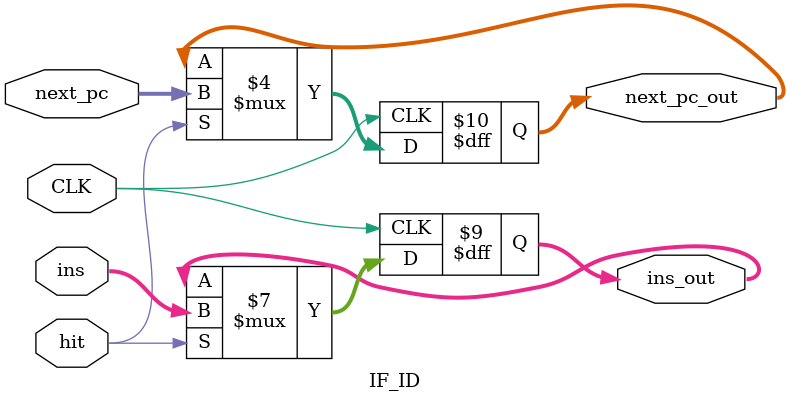
<source format=v>
`timescale 1ns / 1ps

module IF_ID(

		input CLK, 
		input [31:0] next_pc,
		input [31:0] ins,
		input hit,
		output reg [31:0] ins_out,
		output reg [31:0] next_pc_out

    );
	// initial begin
	// 		next_pc_out = 0;
	// 		ins_out =0 ;
	// end

	
	
		always @(negedge CLK ) 
	begin
			if (hit == 1'b1) begin
				ins_out = ins;
				next_pc_out = next_pc;
			end
	end
	

endmodule

</source>
